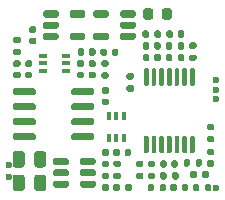
<source format=gts>
G04 #@! TF.GenerationSoftware,KiCad,Pcbnew,(5.99.0-10483-ga6ad7a4a70)*
G04 #@! TF.CreationDate,2021-05-30T13:32:27+03:00*
G04 #@! TF.ProjectId,hellen1-vr-discrete,68656c6c-656e-4312-9d76-722d64697363,rev?*
G04 #@! TF.SameCoordinates,PX4a19ba0PY5aa5910*
G04 #@! TF.FileFunction,Soldermask,Top*
G04 #@! TF.FilePolarity,Negative*
%FSLAX46Y46*%
G04 Gerber Fmt 4.6, Leading zero omitted, Abs format (unit mm)*
G04 Created by KiCad (PCBNEW (5.99.0-10483-ga6ad7a4a70)) date 2021-05-30 13:32:27*
%MOMM*%
%LPD*%
G01*
G04 APERTURE LIST*
%ADD10R,0.650000X0.400000*%
%ADD11C,0.599999*%
%ADD12R,0.400000X0.650000*%
G04 APERTURE END LIST*
G04 #@! TO.C,R764*
G36*
G01*
X15720000Y1815000D02*
X15720000Y2185000D01*
G75*
G02*
X15855000Y2320000I135000J0D01*
G01*
X16125000Y2320000D01*
G75*
G02*
X16260000Y2185000I0J-135000D01*
G01*
X16260000Y1815000D01*
G75*
G02*
X16125000Y1680000I-135000J0D01*
G01*
X15855000Y1680000D01*
G75*
G02*
X15720000Y1815000I0J135000D01*
G01*
G37*
G36*
G01*
X16740000Y1815000D02*
X16740000Y2185000D01*
G75*
G02*
X16875000Y2320000I135000J0D01*
G01*
X17145000Y2320000D01*
G75*
G02*
X17280000Y2185000I0J-135000D01*
G01*
X17280000Y1815000D01*
G75*
G02*
X17145000Y1680000I-135000J0D01*
G01*
X16875000Y1680000D01*
G75*
G02*
X16740000Y1815000I0J135000D01*
G01*
G37*
G04 #@! TD*
G04 #@! TO.C,U757*
G36*
G01*
X11110000Y13850000D02*
X11110000Y13550000D01*
G75*
G02*
X10960000Y13400000I-150000J0D01*
G01*
X9935000Y13400000D01*
G75*
G02*
X9785000Y13550000I0J150000D01*
G01*
X9785000Y13850000D01*
G75*
G02*
X9935000Y14000000I150000J0D01*
G01*
X10960000Y14000000D01*
G75*
G02*
X11110000Y13850000I0J-150000D01*
G01*
G37*
G36*
G01*
X11110000Y14800000D02*
X11110000Y14500000D01*
G75*
G02*
X10960000Y14350000I-150000J0D01*
G01*
X9935000Y14350000D01*
G75*
G02*
X9785000Y14500000I0J150000D01*
G01*
X9785000Y14800000D01*
G75*
G02*
X9935000Y14950000I150000J0D01*
G01*
X10960000Y14950000D01*
G75*
G02*
X11110000Y14800000I0J-150000D01*
G01*
G37*
G36*
G01*
X11110000Y15750000D02*
X11110000Y15450000D01*
G75*
G02*
X10960000Y15300000I-150000J0D01*
G01*
X9935000Y15300000D01*
G75*
G02*
X9785000Y15450000I0J150000D01*
G01*
X9785000Y15750000D01*
G75*
G02*
X9935000Y15900000I150000J0D01*
G01*
X10960000Y15900000D01*
G75*
G02*
X11110000Y15750000I0J-150000D01*
G01*
G37*
G36*
G01*
X8835000Y15750000D02*
X8835000Y15450000D01*
G75*
G02*
X8685000Y15300000I-150000J0D01*
G01*
X7660000Y15300000D01*
G75*
G02*
X7510000Y15450000I0J150000D01*
G01*
X7510000Y15750000D01*
G75*
G02*
X7660000Y15900000I150000J0D01*
G01*
X8685000Y15900000D01*
G75*
G02*
X8835000Y15750000I0J-150000D01*
G01*
G37*
G36*
G01*
X8835000Y13850000D02*
X8835000Y13550000D01*
G75*
G02*
X8685000Y13400000I-150000J0D01*
G01*
X7660000Y13400000D01*
G75*
G02*
X7510000Y13550000I0J150000D01*
G01*
X7510000Y13850000D01*
G75*
G02*
X7660000Y14000000I150000J0D01*
G01*
X8685000Y14000000D01*
G75*
G02*
X8835000Y13850000I0J-150000D01*
G01*
G37*
G04 #@! TD*
G04 #@! TO.C,C760*
G36*
G01*
X13230000Y12070000D02*
X13230000Y11730000D01*
G75*
G02*
X13090000Y11590000I-140000J0D01*
G01*
X12810000Y11590000D01*
G75*
G02*
X12670000Y11730000I0J140000D01*
G01*
X12670000Y12070000D01*
G75*
G02*
X12810000Y12210000I140000J0D01*
G01*
X13090000Y12210000D01*
G75*
G02*
X13230000Y12070000I0J-140000D01*
G01*
G37*
G36*
G01*
X12270000Y12070000D02*
X12270000Y11730000D01*
G75*
G02*
X12130000Y11590000I-140000J0D01*
G01*
X11850000Y11590000D01*
G75*
G02*
X11710000Y11730000I0J140000D01*
G01*
X11710000Y12070000D01*
G75*
G02*
X11850000Y12210000I140000J0D01*
G01*
X12130000Y12210000D01*
G75*
G02*
X12270000Y12070000I0J-140000D01*
G01*
G37*
G04 #@! TD*
G04 #@! TO.C,U754*
G36*
G01*
X705000Y8855000D02*
X705000Y9155000D01*
G75*
G02*
X855000Y9305000I150000J0D01*
G01*
X2505000Y9305000D01*
G75*
G02*
X2655000Y9155000I0J-150000D01*
G01*
X2655000Y8855000D01*
G75*
G02*
X2505000Y8705000I-150000J0D01*
G01*
X855000Y8705000D01*
G75*
G02*
X705000Y8855000I0J150000D01*
G01*
G37*
G36*
G01*
X705000Y7585000D02*
X705000Y7885000D01*
G75*
G02*
X855000Y8035000I150000J0D01*
G01*
X2505000Y8035000D01*
G75*
G02*
X2655000Y7885000I0J-150000D01*
G01*
X2655000Y7585000D01*
G75*
G02*
X2505000Y7435000I-150000J0D01*
G01*
X855000Y7435000D01*
G75*
G02*
X705000Y7585000I0J150000D01*
G01*
G37*
G36*
G01*
X705000Y6315000D02*
X705000Y6615000D01*
G75*
G02*
X855000Y6765000I150000J0D01*
G01*
X2505000Y6765000D01*
G75*
G02*
X2655000Y6615000I0J-150000D01*
G01*
X2655000Y6315000D01*
G75*
G02*
X2505000Y6165000I-150000J0D01*
G01*
X855000Y6165000D01*
G75*
G02*
X705000Y6315000I0J150000D01*
G01*
G37*
G36*
G01*
X705000Y5045000D02*
X705000Y5345000D01*
G75*
G02*
X855000Y5495000I150000J0D01*
G01*
X2505000Y5495000D01*
G75*
G02*
X2655000Y5345000I0J-150000D01*
G01*
X2655000Y5045000D01*
G75*
G02*
X2505000Y4895000I-150000J0D01*
G01*
X855000Y4895000D01*
G75*
G02*
X705000Y5045000I0J150000D01*
G01*
G37*
G36*
G01*
X5655000Y5045000D02*
X5655000Y5345000D01*
G75*
G02*
X5805000Y5495000I150000J0D01*
G01*
X7455000Y5495000D01*
G75*
G02*
X7605000Y5345000I0J-150000D01*
G01*
X7605000Y5045000D01*
G75*
G02*
X7455000Y4895000I-150000J0D01*
G01*
X5805000Y4895000D01*
G75*
G02*
X5655000Y5045000I0J150000D01*
G01*
G37*
G36*
G01*
X5655000Y6315000D02*
X5655000Y6615000D01*
G75*
G02*
X5805000Y6765000I150000J0D01*
G01*
X7455000Y6765000D01*
G75*
G02*
X7605000Y6615000I0J-150000D01*
G01*
X7605000Y6315000D01*
G75*
G02*
X7455000Y6165000I-150000J0D01*
G01*
X5805000Y6165000D01*
G75*
G02*
X5655000Y6315000I0J150000D01*
G01*
G37*
G36*
G01*
X5655000Y7585000D02*
X5655000Y7885000D01*
G75*
G02*
X5805000Y8035000I150000J0D01*
G01*
X7455000Y8035000D01*
G75*
G02*
X7605000Y7885000I0J-150000D01*
G01*
X7605000Y7585000D01*
G75*
G02*
X7455000Y7435000I-150000J0D01*
G01*
X5805000Y7435000D01*
G75*
G02*
X5655000Y7585000I0J150000D01*
G01*
G37*
G36*
G01*
X5655000Y8855000D02*
X5655000Y9155000D01*
G75*
G02*
X5805000Y9305000I150000J0D01*
G01*
X7455000Y9305000D01*
G75*
G02*
X7605000Y9155000I0J-150000D01*
G01*
X7605000Y8855000D01*
G75*
G02*
X7455000Y8705000I-150000J0D01*
G01*
X5805000Y8705000D01*
G75*
G02*
X5655000Y8855000I0J150000D01*
G01*
G37*
G04 #@! TD*
G04 #@! TO.C,C755*
G36*
G01*
X2570000Y13040000D02*
X2230000Y13040000D01*
G75*
G02*
X2090000Y13180000I0J140000D01*
G01*
X2090000Y13460000D01*
G75*
G02*
X2230000Y13600000I140000J0D01*
G01*
X2570000Y13600000D01*
G75*
G02*
X2710000Y13460000I0J-140000D01*
G01*
X2710000Y13180000D01*
G75*
G02*
X2570000Y13040000I-140000J0D01*
G01*
G37*
G36*
G01*
X2570000Y14000000D02*
X2230000Y14000000D01*
G75*
G02*
X2090000Y14140000I0J140000D01*
G01*
X2090000Y14420000D01*
G75*
G02*
X2230000Y14560000I140000J0D01*
G01*
X2570000Y14560000D01*
G75*
G02*
X2710000Y14420000I0J-140000D01*
G01*
X2710000Y14140000D01*
G75*
G02*
X2570000Y14000000I-140000J0D01*
G01*
G37*
G04 #@! TD*
D10*
G04 #@! TO.C,U755*
X3280000Y12085000D03*
X3280000Y11435000D03*
X3280000Y10785000D03*
X5180000Y10785000D03*
X5180000Y11435000D03*
X5180000Y12085000D03*
G04 #@! TD*
G04 #@! TO.C,C766*
G36*
G01*
X7600000Y10155000D02*
X7260000Y10155000D01*
G75*
G02*
X7120000Y10295000I0J140000D01*
G01*
X7120000Y10575000D01*
G75*
G02*
X7260000Y10715000I140000J0D01*
G01*
X7600000Y10715000D01*
G75*
G02*
X7740000Y10575000I0J-140000D01*
G01*
X7740000Y10295000D01*
G75*
G02*
X7600000Y10155000I-140000J0D01*
G01*
G37*
G36*
G01*
X7600000Y11115000D02*
X7260000Y11115000D01*
G75*
G02*
X7120000Y11255000I0J140000D01*
G01*
X7120000Y11535000D01*
G75*
G02*
X7260000Y11675000I140000J0D01*
G01*
X7600000Y11675000D01*
G75*
G02*
X7740000Y11535000I0J-140000D01*
G01*
X7740000Y11255000D01*
G75*
G02*
X7600000Y11115000I-140000J0D01*
G01*
G37*
G04 #@! TD*
D11*
G04 #@! TO.C,M750*
X17900000Y875000D03*
X17900000Y8375000D03*
X17900000Y9175000D03*
X17900000Y9975000D03*
X375000Y2775000D03*
X375000Y1775000D03*
G04 #@! TD*
G04 #@! TO.C,R767*
G36*
G01*
X13670000Y11715000D02*
X13670000Y12085000D01*
G75*
G02*
X13805000Y12220000I135000J0D01*
G01*
X14075000Y12220000D01*
G75*
G02*
X14210000Y12085000I0J-135000D01*
G01*
X14210000Y11715000D01*
G75*
G02*
X14075000Y11580000I-135000J0D01*
G01*
X13805000Y11580000D01*
G75*
G02*
X13670000Y11715000I0J135000D01*
G01*
G37*
G36*
G01*
X14690000Y11715000D02*
X14690000Y12085000D01*
G75*
G02*
X14825000Y12220000I135000J0D01*
G01*
X15095000Y12220000D01*
G75*
G02*
X15230000Y12085000I0J-135000D01*
G01*
X15230000Y11715000D01*
G75*
G02*
X15095000Y11580000I-135000J0D01*
G01*
X14825000Y11580000D01*
G75*
G02*
X14690000Y11715000I0J135000D01*
G01*
G37*
G04 #@! TD*
G04 #@! TO.C,C757*
G36*
G01*
X8360000Y9400000D02*
X8700000Y9400000D01*
G75*
G02*
X8840000Y9260000I0J-140000D01*
G01*
X8840000Y8980000D01*
G75*
G02*
X8700000Y8840000I-140000J0D01*
G01*
X8360000Y8840000D01*
G75*
G02*
X8220000Y8980000I0J140000D01*
G01*
X8220000Y9260000D01*
G75*
G02*
X8360000Y9400000I140000J0D01*
G01*
G37*
G36*
G01*
X8360000Y8440000D02*
X8700000Y8440000D01*
G75*
G02*
X8840000Y8300000I0J-140000D01*
G01*
X8840000Y8020000D01*
G75*
G02*
X8700000Y7880000I-140000J0D01*
G01*
X8360000Y7880000D01*
G75*
G02*
X8220000Y8020000I0J140000D01*
G01*
X8220000Y8300000D01*
G75*
G02*
X8360000Y8440000I140000J0D01*
G01*
G37*
G04 #@! TD*
G04 #@! TO.C,C764*
G36*
G01*
X6600000Y10155000D02*
X6260000Y10155000D01*
G75*
G02*
X6120000Y10295000I0J140000D01*
G01*
X6120000Y10575000D01*
G75*
G02*
X6260000Y10715000I140000J0D01*
G01*
X6600000Y10715000D01*
G75*
G02*
X6740000Y10575000I0J-140000D01*
G01*
X6740000Y10295000D01*
G75*
G02*
X6600000Y10155000I-140000J0D01*
G01*
G37*
G36*
G01*
X6600000Y11115000D02*
X6260000Y11115000D01*
G75*
G02*
X6120000Y11255000I0J140000D01*
G01*
X6120000Y11535000D01*
G75*
G02*
X6260000Y11675000I140000J0D01*
G01*
X6600000Y11675000D01*
G75*
G02*
X6740000Y11535000I0J-140000D01*
G01*
X6740000Y11255000D01*
G75*
G02*
X6600000Y11115000I-140000J0D01*
G01*
G37*
G04 #@! TD*
G04 #@! TO.C,C759*
G36*
G01*
X15230000Y14070000D02*
X15230000Y13730000D01*
G75*
G02*
X15090000Y13590000I-140000J0D01*
G01*
X14810000Y13590000D01*
G75*
G02*
X14670000Y13730000I0J140000D01*
G01*
X14670000Y14070000D01*
G75*
G02*
X14810000Y14210000I140000J0D01*
G01*
X15090000Y14210000D01*
G75*
G02*
X15230000Y14070000I0J-140000D01*
G01*
G37*
G36*
G01*
X14270000Y14070000D02*
X14270000Y13730000D01*
G75*
G02*
X14130000Y13590000I-140000J0D01*
G01*
X13850000Y13590000D01*
G75*
G02*
X13710000Y13730000I0J140000D01*
G01*
X13710000Y14070000D01*
G75*
G02*
X13850000Y14210000I140000J0D01*
G01*
X14130000Y14210000D01*
G75*
G02*
X14270000Y14070000I0J-140000D01*
G01*
G37*
G04 #@! TD*
G04 #@! TO.C,R769*
G36*
G01*
X16135000Y11630000D02*
X15765000Y11630000D01*
G75*
G02*
X15630000Y11765000I0J135000D01*
G01*
X15630000Y12035000D01*
G75*
G02*
X15765000Y12170000I135000J0D01*
G01*
X16135000Y12170000D01*
G75*
G02*
X16270000Y12035000I0J-135000D01*
G01*
X16270000Y11765000D01*
G75*
G02*
X16135000Y11630000I-135000J0D01*
G01*
G37*
G36*
G01*
X16135000Y12650000D02*
X15765000Y12650000D01*
G75*
G02*
X15630000Y12785000I0J135000D01*
G01*
X15630000Y13055000D01*
G75*
G02*
X15765000Y13190000I135000J0D01*
G01*
X16135000Y13190000D01*
G75*
G02*
X16270000Y13055000I0J-135000D01*
G01*
X16270000Y12785000D01*
G75*
G02*
X16135000Y12650000I-135000J0D01*
G01*
G37*
G04 #@! TD*
G04 #@! TO.C,C758*
G36*
G01*
X8380000Y4140000D02*
X8720000Y4140000D01*
G75*
G02*
X8860000Y4000000I0J-140000D01*
G01*
X8860000Y3720000D01*
G75*
G02*
X8720000Y3580000I-140000J0D01*
G01*
X8380000Y3580000D01*
G75*
G02*
X8240000Y3720000I0J140000D01*
G01*
X8240000Y4000000D01*
G75*
G02*
X8380000Y4140000I140000J0D01*
G01*
G37*
G36*
G01*
X8380000Y3180000D02*
X8720000Y3180000D01*
G75*
G02*
X8860000Y3040000I0J-140000D01*
G01*
X8860000Y2760000D01*
G75*
G02*
X8720000Y2620000I-140000J0D01*
G01*
X8380000Y2620000D01*
G75*
G02*
X8240000Y2760000I0J140000D01*
G01*
X8240000Y3040000D01*
G75*
G02*
X8380000Y3180000I140000J0D01*
G01*
G37*
G04 #@! TD*
G04 #@! TO.C,C751*
G36*
G01*
X8380000Y2160000D02*
X8720000Y2160000D01*
G75*
G02*
X8860000Y2020000I0J-140000D01*
G01*
X8860000Y1740000D01*
G75*
G02*
X8720000Y1600000I-140000J0D01*
G01*
X8380000Y1600000D01*
G75*
G02*
X8240000Y1740000I0J140000D01*
G01*
X8240000Y2020000D01*
G75*
G02*
X8380000Y2160000I140000J0D01*
G01*
G37*
G36*
G01*
X8380000Y1200000D02*
X8720000Y1200000D01*
G75*
G02*
X8860000Y1060000I0J-140000D01*
G01*
X8860000Y780000D01*
G75*
G02*
X8720000Y640000I-140000J0D01*
G01*
X8380000Y640000D01*
G75*
G02*
X8240000Y780000I0J140000D01*
G01*
X8240000Y1060000D01*
G75*
G02*
X8380000Y1200000I140000J0D01*
G01*
G37*
G04 #@! TD*
G04 #@! TO.C,R755*
G36*
G01*
X9355000Y3190000D02*
X9725000Y3190000D01*
G75*
G02*
X9860000Y3055000I0J-135000D01*
G01*
X9860000Y2785000D01*
G75*
G02*
X9725000Y2650000I-135000J0D01*
G01*
X9355000Y2650000D01*
G75*
G02*
X9220000Y2785000I0J135000D01*
G01*
X9220000Y3055000D01*
G75*
G02*
X9355000Y3190000I135000J0D01*
G01*
G37*
G36*
G01*
X9355000Y2170000D02*
X9725000Y2170000D01*
G75*
G02*
X9860000Y2035000I0J-135000D01*
G01*
X9860000Y1765000D01*
G75*
G02*
X9725000Y1630000I-135000J0D01*
G01*
X9355000Y1630000D01*
G75*
G02*
X9220000Y1765000I0J135000D01*
G01*
X9220000Y2035000D01*
G75*
G02*
X9355000Y2170000I135000J0D01*
G01*
G37*
G04 #@! TD*
G04 #@! TO.C,C753*
G36*
G01*
X13170000Y2730000D02*
X13170000Y3070000D01*
G75*
G02*
X13310000Y3210000I140000J0D01*
G01*
X13590000Y3210000D01*
G75*
G02*
X13730000Y3070000I0J-140000D01*
G01*
X13730000Y2730000D01*
G75*
G02*
X13590000Y2590000I-140000J0D01*
G01*
X13310000Y2590000D01*
G75*
G02*
X13170000Y2730000I0J140000D01*
G01*
G37*
G36*
G01*
X14130000Y2730000D02*
X14130000Y3070000D01*
G75*
G02*
X14270000Y3210000I140000J0D01*
G01*
X14550000Y3210000D01*
G75*
G02*
X14690000Y3070000I0J-140000D01*
G01*
X14690000Y2730000D01*
G75*
G02*
X14550000Y2590000I-140000J0D01*
G01*
X14270000Y2590000D01*
G75*
G02*
X14130000Y2730000I0J140000D01*
G01*
G37*
G04 #@! TD*
G04 #@! TO.C,U753*
G36*
G01*
X15800000Y11000000D02*
X16000000Y11000000D01*
G75*
G02*
X16100000Y10900000I0J-100000D01*
G01*
X16100000Y9625000D01*
G75*
G02*
X16000000Y9525000I-100000J0D01*
G01*
X15800000Y9525000D01*
G75*
G02*
X15700000Y9625000I0J100000D01*
G01*
X15700000Y10900000D01*
G75*
G02*
X15800000Y11000000I100000J0D01*
G01*
G37*
G36*
G01*
X15150000Y11000000D02*
X15350000Y11000000D01*
G75*
G02*
X15450000Y10900000I0J-100000D01*
G01*
X15450000Y9625000D01*
G75*
G02*
X15350000Y9525000I-100000J0D01*
G01*
X15150000Y9525000D01*
G75*
G02*
X15050000Y9625000I0J100000D01*
G01*
X15050000Y10900000D01*
G75*
G02*
X15150000Y11000000I100000J0D01*
G01*
G37*
G36*
G01*
X14500000Y11000000D02*
X14700000Y11000000D01*
G75*
G02*
X14800000Y10900000I0J-100000D01*
G01*
X14800000Y9625000D01*
G75*
G02*
X14700000Y9525000I-100000J0D01*
G01*
X14500000Y9525000D01*
G75*
G02*
X14400000Y9625000I0J100000D01*
G01*
X14400000Y10900000D01*
G75*
G02*
X14500000Y11000000I100000J0D01*
G01*
G37*
G36*
G01*
X13850000Y11000000D02*
X14050000Y11000000D01*
G75*
G02*
X14150000Y10900000I0J-100000D01*
G01*
X14150000Y9625000D01*
G75*
G02*
X14050000Y9525000I-100000J0D01*
G01*
X13850000Y9525000D01*
G75*
G02*
X13750000Y9625000I0J100000D01*
G01*
X13750000Y10900000D01*
G75*
G02*
X13850000Y11000000I100000J0D01*
G01*
G37*
G36*
G01*
X13200000Y11000000D02*
X13400000Y11000000D01*
G75*
G02*
X13500000Y10900000I0J-100000D01*
G01*
X13500000Y9625000D01*
G75*
G02*
X13400000Y9525000I-100000J0D01*
G01*
X13200000Y9525000D01*
G75*
G02*
X13100000Y9625000I0J100000D01*
G01*
X13100000Y10900000D01*
G75*
G02*
X13200000Y11000000I100000J0D01*
G01*
G37*
G36*
G01*
X12550000Y11000000D02*
X12750000Y11000000D01*
G75*
G02*
X12850000Y10900000I0J-100000D01*
G01*
X12850000Y9625000D01*
G75*
G02*
X12750000Y9525000I-100000J0D01*
G01*
X12550000Y9525000D01*
G75*
G02*
X12450000Y9625000I0J100000D01*
G01*
X12450000Y10900000D01*
G75*
G02*
X12550000Y11000000I100000J0D01*
G01*
G37*
G36*
G01*
X11900000Y11000000D02*
X12100000Y11000000D01*
G75*
G02*
X12200000Y10900000I0J-100000D01*
G01*
X12200000Y9625000D01*
G75*
G02*
X12100000Y9525000I-100000J0D01*
G01*
X11900000Y9525000D01*
G75*
G02*
X11800000Y9625000I0J100000D01*
G01*
X11800000Y10900000D01*
G75*
G02*
X11900000Y11000000I100000J0D01*
G01*
G37*
G36*
G01*
X11900000Y5275000D02*
X12100000Y5275000D01*
G75*
G02*
X12200000Y5175000I0J-100000D01*
G01*
X12200000Y3900000D01*
G75*
G02*
X12100000Y3800000I-100000J0D01*
G01*
X11900000Y3800000D01*
G75*
G02*
X11800000Y3900000I0J100000D01*
G01*
X11800000Y5175000D01*
G75*
G02*
X11900000Y5275000I100000J0D01*
G01*
G37*
G36*
G01*
X12550000Y5275000D02*
X12750000Y5275000D01*
G75*
G02*
X12850000Y5175000I0J-100000D01*
G01*
X12850000Y3900000D01*
G75*
G02*
X12750000Y3800000I-100000J0D01*
G01*
X12550000Y3800000D01*
G75*
G02*
X12450000Y3900000I0J100000D01*
G01*
X12450000Y5175000D01*
G75*
G02*
X12550000Y5275000I100000J0D01*
G01*
G37*
G36*
G01*
X13200000Y5275000D02*
X13400000Y5275000D01*
G75*
G02*
X13500000Y5175000I0J-100000D01*
G01*
X13500000Y3900000D01*
G75*
G02*
X13400000Y3800000I-100000J0D01*
G01*
X13200000Y3800000D01*
G75*
G02*
X13100000Y3900000I0J100000D01*
G01*
X13100000Y5175000D01*
G75*
G02*
X13200000Y5275000I100000J0D01*
G01*
G37*
G36*
G01*
X13850000Y5275000D02*
X14050000Y5275000D01*
G75*
G02*
X14150000Y5175000I0J-100000D01*
G01*
X14150000Y3900000D01*
G75*
G02*
X14050000Y3800000I-100000J0D01*
G01*
X13850000Y3800000D01*
G75*
G02*
X13750000Y3900000I0J100000D01*
G01*
X13750000Y5175000D01*
G75*
G02*
X13850000Y5275000I100000J0D01*
G01*
G37*
G36*
G01*
X14500000Y5275000D02*
X14700000Y5275000D01*
G75*
G02*
X14800000Y5175000I0J-100000D01*
G01*
X14800000Y3900000D01*
G75*
G02*
X14700000Y3800000I-100000J0D01*
G01*
X14500000Y3800000D01*
G75*
G02*
X14400000Y3900000I0J100000D01*
G01*
X14400000Y5175000D01*
G75*
G02*
X14500000Y5275000I100000J0D01*
G01*
G37*
G36*
G01*
X15150000Y5275000D02*
X15350000Y5275000D01*
G75*
G02*
X15450000Y5175000I0J-100000D01*
G01*
X15450000Y3900000D01*
G75*
G02*
X15350000Y3800000I-100000J0D01*
G01*
X15150000Y3800000D01*
G75*
G02*
X15050000Y3900000I0J100000D01*
G01*
X15050000Y5175000D01*
G75*
G02*
X15150000Y5275000I100000J0D01*
G01*
G37*
G36*
G01*
X15800000Y5275000D02*
X16000000Y5275000D01*
G75*
G02*
X16100000Y5175000I0J-100000D01*
G01*
X16100000Y3900000D01*
G75*
G02*
X16000000Y3800000I-100000J0D01*
G01*
X15800000Y3800000D01*
G75*
G02*
X15700000Y3900000I0J100000D01*
G01*
X15700000Y5175000D01*
G75*
G02*
X15800000Y5275000I100000J0D01*
G01*
G37*
G04 #@! TD*
G04 #@! TO.C,D751*
G36*
G01*
X14175000Y15856250D02*
X14175000Y15343750D01*
G75*
G02*
X13956250Y15125000I-218750J0D01*
G01*
X13518750Y15125000D01*
G75*
G02*
X13300000Y15343750I0J218750D01*
G01*
X13300000Y15856250D01*
G75*
G02*
X13518750Y16075000I218750J0D01*
G01*
X13956250Y16075000D01*
G75*
G02*
X14175000Y15856250I0J-218750D01*
G01*
G37*
G36*
G01*
X12600000Y15856250D02*
X12600000Y15343750D01*
G75*
G02*
X12381250Y15125000I-218750J0D01*
G01*
X11943750Y15125000D01*
G75*
G02*
X11725000Y15343750I0J218750D01*
G01*
X11725000Y15856250D01*
G75*
G02*
X11943750Y16075000I218750J0D01*
G01*
X12381250Y16075000D01*
G75*
G02*
X12600000Y15856250I0J-218750D01*
G01*
G37*
G04 #@! TD*
G04 #@! TO.C,R752*
G36*
G01*
X687500Y2850000D02*
X687500Y3750000D01*
G75*
G02*
X937500Y4000000I250000J0D01*
G01*
X1462500Y4000000D01*
G75*
G02*
X1712500Y3750000I0J-250000D01*
G01*
X1712500Y2850000D01*
G75*
G02*
X1462500Y2600000I-250000J0D01*
G01*
X937500Y2600000D01*
G75*
G02*
X687500Y2850000I0J250000D01*
G01*
G37*
G36*
G01*
X2512500Y2850000D02*
X2512500Y3750000D01*
G75*
G02*
X2762500Y4000000I250000J0D01*
G01*
X3287500Y4000000D01*
G75*
G02*
X3537500Y3750000I0J-250000D01*
G01*
X3537500Y2850000D01*
G75*
G02*
X3287500Y2600000I-250000J0D01*
G01*
X2762500Y2600000D01*
G75*
G02*
X2512500Y2850000I0J250000D01*
G01*
G37*
G04 #@! TD*
G04 #@! TO.C,R762*
G36*
G01*
X11635000Y1620000D02*
X11265000Y1620000D01*
G75*
G02*
X11130000Y1755000I0J135000D01*
G01*
X11130000Y2025000D01*
G75*
G02*
X11265000Y2160000I135000J0D01*
G01*
X11635000Y2160000D01*
G75*
G02*
X11770000Y2025000I0J-135000D01*
G01*
X11770000Y1755000D01*
G75*
G02*
X11635000Y1620000I-135000J0D01*
G01*
G37*
G36*
G01*
X11635000Y2640000D02*
X11265000Y2640000D01*
G75*
G02*
X11130000Y2775000I0J135000D01*
G01*
X11130000Y3045000D01*
G75*
G02*
X11265000Y3180000I135000J0D01*
G01*
X11635000Y3180000D01*
G75*
G02*
X11770000Y3045000I0J-135000D01*
G01*
X11770000Y2775000D01*
G75*
G02*
X11635000Y2640000I-135000J0D01*
G01*
G37*
G04 #@! TD*
G04 #@! TO.C,R751*
G36*
G01*
X13240000Y14085000D02*
X13240000Y13715000D01*
G75*
G02*
X13105000Y13580000I-135000J0D01*
G01*
X12835000Y13580000D01*
G75*
G02*
X12700000Y13715000I0J135000D01*
G01*
X12700000Y14085000D01*
G75*
G02*
X12835000Y14220000I135000J0D01*
G01*
X13105000Y14220000D01*
G75*
G02*
X13240000Y14085000I0J-135000D01*
G01*
G37*
G36*
G01*
X12220000Y14085000D02*
X12220000Y13715000D01*
G75*
G02*
X12085000Y13580000I-135000J0D01*
G01*
X11815000Y13580000D01*
G75*
G02*
X11680000Y13715000I0J135000D01*
G01*
X11680000Y14085000D01*
G75*
G02*
X11815000Y14220000I135000J0D01*
G01*
X12085000Y14220000D01*
G75*
G02*
X12220000Y14085000I0J-135000D01*
G01*
G37*
G04 #@! TD*
G04 #@! TO.C,R759*
G36*
G01*
X10465000Y10590000D02*
X10835000Y10590000D01*
G75*
G02*
X10970000Y10455000I0J-135000D01*
G01*
X10970000Y10185000D01*
G75*
G02*
X10835000Y10050000I-135000J0D01*
G01*
X10465000Y10050000D01*
G75*
G02*
X10330000Y10185000I0J135000D01*
G01*
X10330000Y10455000D01*
G75*
G02*
X10465000Y10590000I135000J0D01*
G01*
G37*
G36*
G01*
X10465000Y9570000D02*
X10835000Y9570000D01*
G75*
G02*
X10970000Y9435000I0J-135000D01*
G01*
X10970000Y9165000D01*
G75*
G02*
X10835000Y9030000I-135000J0D01*
G01*
X10465000Y9030000D01*
G75*
G02*
X10330000Y9165000I0J135000D01*
G01*
X10330000Y9435000D01*
G75*
G02*
X10465000Y9570000I135000J0D01*
G01*
G37*
G04 #@! TD*
G04 #@! TO.C,C761*
G36*
G01*
X8127500Y12180000D02*
X8127500Y12520000D01*
G75*
G02*
X8267500Y12660000I140000J0D01*
G01*
X8547500Y12660000D01*
G75*
G02*
X8687500Y12520000I0J-140000D01*
G01*
X8687500Y12180000D01*
G75*
G02*
X8547500Y12040000I-140000J0D01*
G01*
X8267500Y12040000D01*
G75*
G02*
X8127500Y12180000I0J140000D01*
G01*
G37*
G36*
G01*
X9087500Y12180000D02*
X9087500Y12520000D01*
G75*
G02*
X9227500Y12660000I140000J0D01*
G01*
X9507500Y12660000D01*
G75*
G02*
X9647500Y12520000I0J-140000D01*
G01*
X9647500Y12180000D01*
G75*
G02*
X9507500Y12040000I-140000J0D01*
G01*
X9227500Y12040000D01*
G75*
G02*
X9087500Y12180000I0J140000D01*
G01*
G37*
G04 #@! TD*
G04 #@! TO.C,R758*
G36*
G01*
X17265000Y6290000D02*
X17635000Y6290000D01*
G75*
G02*
X17770000Y6155000I0J-135000D01*
G01*
X17770000Y5885000D01*
G75*
G02*
X17635000Y5750000I-135000J0D01*
G01*
X17265000Y5750000D01*
G75*
G02*
X17130000Y5885000I0J135000D01*
G01*
X17130000Y6155000D01*
G75*
G02*
X17265000Y6290000I135000J0D01*
G01*
G37*
G36*
G01*
X17265000Y5270000D02*
X17635000Y5270000D01*
G75*
G02*
X17770000Y5135000I0J-135000D01*
G01*
X17770000Y4865000D01*
G75*
G02*
X17635000Y4730000I-135000J0D01*
G01*
X17265000Y4730000D01*
G75*
G02*
X17130000Y4865000I0J135000D01*
G01*
X17130000Y5135000D01*
G75*
G02*
X17265000Y5270000I135000J0D01*
G01*
G37*
G04 #@! TD*
G04 #@! TO.C,R754*
G36*
G01*
X17515000Y1085000D02*
X17515000Y715000D01*
G75*
G02*
X17380000Y580000I-135000J0D01*
G01*
X17110000Y580000D01*
G75*
G02*
X16975000Y715000I0J135000D01*
G01*
X16975000Y1085000D01*
G75*
G02*
X17110000Y1220000I135000J0D01*
G01*
X17380000Y1220000D01*
G75*
G02*
X17515000Y1085000I0J-135000D01*
G01*
G37*
G36*
G01*
X16495000Y1085000D02*
X16495000Y715000D01*
G75*
G02*
X16360000Y580000I-135000J0D01*
G01*
X16090000Y580000D01*
G75*
G02*
X15955000Y715000I0J135000D01*
G01*
X15955000Y1085000D01*
G75*
G02*
X16090000Y1220000I135000J0D01*
G01*
X16360000Y1220000D01*
G75*
G02*
X16495000Y1085000I0J-135000D01*
G01*
G37*
G04 #@! TD*
G04 #@! TO.C,R766*
G36*
G01*
X8330000Y11680000D02*
X8700000Y11680000D01*
G75*
G02*
X8835000Y11545000I0J-135000D01*
G01*
X8835000Y11275000D01*
G75*
G02*
X8700000Y11140000I-135000J0D01*
G01*
X8330000Y11140000D01*
G75*
G02*
X8195000Y11275000I0J135000D01*
G01*
X8195000Y11545000D01*
G75*
G02*
X8330000Y11680000I135000J0D01*
G01*
G37*
G36*
G01*
X8330000Y10660000D02*
X8700000Y10660000D01*
G75*
G02*
X8835000Y10525000I0J-135000D01*
G01*
X8835000Y10255000D01*
G75*
G02*
X8700000Y10120000I-135000J0D01*
G01*
X8330000Y10120000D01*
G75*
G02*
X8195000Y10255000I0J135000D01*
G01*
X8195000Y10525000D01*
G75*
G02*
X8330000Y10660000I135000J0D01*
G01*
G37*
G04 #@! TD*
G04 #@! TO.C,C763*
G36*
G01*
X7710000Y12545000D02*
X7710000Y12205000D01*
G75*
G02*
X7570000Y12065000I-140000J0D01*
G01*
X7290000Y12065000D01*
G75*
G02*
X7150000Y12205000I0J140000D01*
G01*
X7150000Y12545000D01*
G75*
G02*
X7290000Y12685000I140000J0D01*
G01*
X7570000Y12685000D01*
G75*
G02*
X7710000Y12545000I0J-140000D01*
G01*
G37*
G36*
G01*
X6750000Y12545000D02*
X6750000Y12205000D01*
G75*
G02*
X6610000Y12065000I-140000J0D01*
G01*
X6330000Y12065000D01*
G75*
G02*
X6190000Y12205000I0J140000D01*
G01*
X6190000Y12545000D01*
G75*
G02*
X6330000Y12685000I140000J0D01*
G01*
X6610000Y12685000D01*
G75*
G02*
X6750000Y12545000I0J-140000D01*
G01*
G37*
G04 #@! TD*
G04 #@! TO.C,R753*
G36*
G01*
X3537500Y1750000D02*
X3537500Y850000D01*
G75*
G02*
X3287500Y600000I-250000J0D01*
G01*
X2762500Y600000D01*
G75*
G02*
X2512500Y850000I0J250000D01*
G01*
X2512500Y1750000D01*
G75*
G02*
X2762500Y2000000I250000J0D01*
G01*
X3287500Y2000000D01*
G75*
G02*
X3537500Y1750000I0J-250000D01*
G01*
G37*
G36*
G01*
X1712500Y1750000D02*
X1712500Y850000D01*
G75*
G02*
X1462500Y600000I-250000J0D01*
G01*
X937500Y600000D01*
G75*
G02*
X687500Y850000I0J250000D01*
G01*
X687500Y1750000D01*
G75*
G02*
X937500Y2000000I250000J0D01*
G01*
X1462500Y2000000D01*
G75*
G02*
X1712500Y1750000I0J-250000D01*
G01*
G37*
G04 #@! TD*
G04 #@! TO.C,R765*
G36*
G01*
X865000Y13680000D02*
X1235000Y13680000D01*
G75*
G02*
X1370000Y13545000I0J-135000D01*
G01*
X1370000Y13275000D01*
G75*
G02*
X1235000Y13140000I-135000J0D01*
G01*
X865000Y13140000D01*
G75*
G02*
X730000Y13275000I0J135000D01*
G01*
X730000Y13545000D01*
G75*
G02*
X865000Y13680000I135000J0D01*
G01*
G37*
G36*
G01*
X865000Y12660000D02*
X1235000Y12660000D01*
G75*
G02*
X1370000Y12525000I0J-135000D01*
G01*
X1370000Y12255000D01*
G75*
G02*
X1235000Y12120000I-135000J0D01*
G01*
X865000Y12120000D01*
G75*
G02*
X730000Y12255000I0J135000D01*
G01*
X730000Y12525000D01*
G75*
G02*
X865000Y12660000I135000J0D01*
G01*
G37*
G04 #@! TD*
G04 #@! TO.C,R763*
G36*
G01*
X16720000Y3185000D02*
X16720000Y2815000D01*
G75*
G02*
X16585000Y2680000I-135000J0D01*
G01*
X16315000Y2680000D01*
G75*
G02*
X16180000Y2815000I0J135000D01*
G01*
X16180000Y3185000D01*
G75*
G02*
X16315000Y3320000I135000J0D01*
G01*
X16585000Y3320000D01*
G75*
G02*
X16720000Y3185000I0J-135000D01*
G01*
G37*
G36*
G01*
X15700000Y3185000D02*
X15700000Y2815000D01*
G75*
G02*
X15565000Y2680000I-135000J0D01*
G01*
X15295000Y2680000D01*
G75*
G02*
X15160000Y2815000I0J135000D01*
G01*
X15160000Y3185000D01*
G75*
G02*
X15295000Y3320000I135000J0D01*
G01*
X15565000Y3320000D01*
G75*
G02*
X15700000Y3185000I0J-135000D01*
G01*
G37*
G04 #@! TD*
G04 #@! TO.C,C767*
G36*
G01*
X10730000Y4030000D02*
X10730000Y3690000D01*
G75*
G02*
X10590000Y3550000I-140000J0D01*
G01*
X10310000Y3550000D01*
G75*
G02*
X10170000Y3690000I0J140000D01*
G01*
X10170000Y4030000D01*
G75*
G02*
X10310000Y4170000I140000J0D01*
G01*
X10590000Y4170000D01*
G75*
G02*
X10730000Y4030000I0J-140000D01*
G01*
G37*
G36*
G01*
X9770000Y4030000D02*
X9770000Y3690000D01*
G75*
G02*
X9630000Y3550000I-140000J0D01*
G01*
X9350000Y3550000D01*
G75*
G02*
X9210000Y3690000I0J140000D01*
G01*
X9210000Y4030000D01*
G75*
G02*
X9350000Y4170000I140000J0D01*
G01*
X9630000Y4170000D01*
G75*
G02*
X9770000Y4030000I0J-140000D01*
G01*
G37*
G04 #@! TD*
G04 #@! TO.C,R756*
G36*
G01*
X9220000Y715000D02*
X9220000Y1085000D01*
G75*
G02*
X9355000Y1220000I135000J0D01*
G01*
X9625000Y1220000D01*
G75*
G02*
X9760000Y1085000I0J-135000D01*
G01*
X9760000Y715000D01*
G75*
G02*
X9625000Y580000I-135000J0D01*
G01*
X9355000Y580000D01*
G75*
G02*
X9220000Y715000I0J135000D01*
G01*
G37*
G36*
G01*
X10240000Y715000D02*
X10240000Y1085000D01*
G75*
G02*
X10375000Y1220000I135000J0D01*
G01*
X10645000Y1220000D01*
G75*
G02*
X10780000Y1085000I0J-135000D01*
G01*
X10780000Y715000D01*
G75*
G02*
X10645000Y580000I-135000J0D01*
G01*
X10375000Y580000D01*
G75*
G02*
X10240000Y715000I0J135000D01*
G01*
G37*
G04 #@! TD*
D12*
G04 #@! TO.C,U756*
X8830000Y5060000D03*
X9480000Y5060000D03*
X10130000Y5060000D03*
X10130000Y6960000D03*
X9480000Y6960000D03*
X8830000Y6960000D03*
G04 #@! TD*
G04 #@! TO.C,R760*
G36*
G01*
X13180000Y1715000D02*
X13180000Y2085000D01*
G75*
G02*
X13315000Y2220000I135000J0D01*
G01*
X13585000Y2220000D01*
G75*
G02*
X13720000Y2085000I0J-135000D01*
G01*
X13720000Y1715000D01*
G75*
G02*
X13585000Y1580000I-135000J0D01*
G01*
X13315000Y1580000D01*
G75*
G02*
X13180000Y1715000I0J135000D01*
G01*
G37*
G36*
G01*
X14200000Y1715000D02*
X14200000Y2085000D01*
G75*
G02*
X14335000Y2220000I135000J0D01*
G01*
X14605000Y2220000D01*
G75*
G02*
X14740000Y2085000I0J-135000D01*
G01*
X14740000Y1715000D01*
G75*
G02*
X14605000Y1580000I-135000J0D01*
G01*
X14335000Y1580000D01*
G75*
G02*
X14200000Y1715000I0J135000D01*
G01*
G37*
G04 #@! TD*
G04 #@! TO.C,R761*
G36*
G01*
X12265000Y3170000D02*
X12635000Y3170000D01*
G75*
G02*
X12770000Y3035000I0J-135000D01*
G01*
X12770000Y2765000D01*
G75*
G02*
X12635000Y2630000I-135000J0D01*
G01*
X12265000Y2630000D01*
G75*
G02*
X12130000Y2765000I0J135000D01*
G01*
X12130000Y3035000D01*
G75*
G02*
X12265000Y3170000I135000J0D01*
G01*
G37*
G36*
G01*
X12265000Y2150000D02*
X12635000Y2150000D01*
G75*
G02*
X12770000Y2015000I0J-135000D01*
G01*
X12770000Y1745000D01*
G75*
G02*
X12635000Y1610000I-135000J0D01*
G01*
X12265000Y1610000D01*
G75*
G02*
X12130000Y1745000I0J135000D01*
G01*
X12130000Y2015000D01*
G75*
G02*
X12265000Y2150000I135000J0D01*
G01*
G37*
G04 #@! TD*
G04 #@! TO.C,C752*
G36*
G01*
X14045000Y730000D02*
X14045000Y1070000D01*
G75*
G02*
X14185000Y1210000I140000J0D01*
G01*
X14465000Y1210000D01*
G75*
G02*
X14605000Y1070000I0J-140000D01*
G01*
X14605000Y730000D01*
G75*
G02*
X14465000Y590000I-140000J0D01*
G01*
X14185000Y590000D01*
G75*
G02*
X14045000Y730000I0J140000D01*
G01*
G37*
G36*
G01*
X15005000Y730000D02*
X15005000Y1070000D01*
G75*
G02*
X15145000Y1210000I140000J0D01*
G01*
X15425000Y1210000D01*
G75*
G02*
X15565000Y1070000I0J-140000D01*
G01*
X15565000Y730000D01*
G75*
G02*
X15425000Y590000I-140000J0D01*
G01*
X15145000Y590000D01*
G75*
G02*
X15005000Y730000I0J140000D01*
G01*
G37*
G04 #@! TD*
G04 #@! TO.C,U751*
G36*
G01*
X4112500Y2950000D02*
X4112500Y3250000D01*
G75*
G02*
X4262500Y3400000I150000J0D01*
G01*
X5287500Y3400000D01*
G75*
G02*
X5437500Y3250000I0J-150000D01*
G01*
X5437500Y2950000D01*
G75*
G02*
X5287500Y2800000I-150000J0D01*
G01*
X4262500Y2800000D01*
G75*
G02*
X4112500Y2950000I0J150000D01*
G01*
G37*
G36*
G01*
X4112500Y2000000D02*
X4112500Y2300000D01*
G75*
G02*
X4262500Y2450000I150000J0D01*
G01*
X5287500Y2450000D01*
G75*
G02*
X5437500Y2300000I0J-150000D01*
G01*
X5437500Y2000000D01*
G75*
G02*
X5287500Y1850000I-150000J0D01*
G01*
X4262500Y1850000D01*
G75*
G02*
X4112500Y2000000I0J150000D01*
G01*
G37*
G36*
G01*
X4112500Y1050000D02*
X4112500Y1350000D01*
G75*
G02*
X4262500Y1500000I150000J0D01*
G01*
X5287500Y1500000D01*
G75*
G02*
X5437500Y1350000I0J-150000D01*
G01*
X5437500Y1050000D01*
G75*
G02*
X5287500Y900000I-150000J0D01*
G01*
X4262500Y900000D01*
G75*
G02*
X4112500Y1050000I0J150000D01*
G01*
G37*
G36*
G01*
X6387500Y1050000D02*
X6387500Y1350000D01*
G75*
G02*
X6537500Y1500000I150000J0D01*
G01*
X7562500Y1500000D01*
G75*
G02*
X7712500Y1350000I0J-150000D01*
G01*
X7712500Y1050000D01*
G75*
G02*
X7562500Y900000I-150000J0D01*
G01*
X6537500Y900000D01*
G75*
G02*
X6387500Y1050000I0J150000D01*
G01*
G37*
G36*
G01*
X6387500Y2000000D02*
X6387500Y2300000D01*
G75*
G02*
X6537500Y2450000I150000J0D01*
G01*
X7562500Y2450000D01*
G75*
G02*
X7712500Y2300000I0J-150000D01*
G01*
X7712500Y2000000D01*
G75*
G02*
X7562500Y1850000I-150000J0D01*
G01*
X6537500Y1850000D01*
G75*
G02*
X6387500Y2000000I0J150000D01*
G01*
G37*
G36*
G01*
X6387500Y2950000D02*
X6387500Y3250000D01*
G75*
G02*
X6537500Y3400000I150000J0D01*
G01*
X7562500Y3400000D01*
G75*
G02*
X7712500Y3250000I0J-150000D01*
G01*
X7712500Y2950000D01*
G75*
G02*
X7562500Y2800000I-150000J0D01*
G01*
X6537500Y2800000D01*
G75*
G02*
X6387500Y2950000I0J150000D01*
G01*
G37*
G04 #@! TD*
G04 #@! TO.C,C765*
G36*
G01*
X2220000Y10155000D02*
X1880000Y10155000D01*
G75*
G02*
X1740000Y10295000I0J140000D01*
G01*
X1740000Y10575000D01*
G75*
G02*
X1880000Y10715000I140000J0D01*
G01*
X2220000Y10715000D01*
G75*
G02*
X2360000Y10575000I0J-140000D01*
G01*
X2360000Y10295000D01*
G75*
G02*
X2220000Y10155000I-140000J0D01*
G01*
G37*
G36*
G01*
X2220000Y11115000D02*
X1880000Y11115000D01*
G75*
G02*
X1740000Y11255000I0J140000D01*
G01*
X1740000Y11535000D01*
G75*
G02*
X1880000Y11675000I140000J0D01*
G01*
X2220000Y11675000D01*
G75*
G02*
X2360000Y11535000I0J-140000D01*
G01*
X2360000Y11255000D01*
G75*
G02*
X2220000Y11115000I-140000J0D01*
G01*
G37*
G04 #@! TD*
G04 #@! TO.C,C754*
G36*
G01*
X17620000Y2660000D02*
X17280000Y2660000D01*
G75*
G02*
X17140000Y2800000I0J140000D01*
G01*
X17140000Y3080000D01*
G75*
G02*
X17280000Y3220000I140000J0D01*
G01*
X17620000Y3220000D01*
G75*
G02*
X17760000Y3080000I0J-140000D01*
G01*
X17760000Y2800000D01*
G75*
G02*
X17620000Y2660000I-140000J0D01*
G01*
G37*
G36*
G01*
X17620000Y3620000D02*
X17280000Y3620000D01*
G75*
G02*
X17140000Y3760000I0J140000D01*
G01*
X17140000Y4040000D01*
G75*
G02*
X17280000Y4180000I140000J0D01*
G01*
X17620000Y4180000D01*
G75*
G02*
X17760000Y4040000I0J-140000D01*
G01*
X17760000Y3760000D01*
G75*
G02*
X17620000Y3620000I-140000J0D01*
G01*
G37*
G04 #@! TD*
G04 #@! TO.C,R768*
G36*
G01*
X15220000Y13085000D02*
X15220000Y12715000D01*
G75*
G02*
X15085000Y12580000I-135000J0D01*
G01*
X14815000Y12580000D01*
G75*
G02*
X14680000Y12715000I0J135000D01*
G01*
X14680000Y13085000D01*
G75*
G02*
X14815000Y13220000I135000J0D01*
G01*
X15085000Y13220000D01*
G75*
G02*
X15220000Y13085000I0J-135000D01*
G01*
G37*
G36*
G01*
X14200000Y13085000D02*
X14200000Y12715000D01*
G75*
G02*
X14065000Y12580000I-135000J0D01*
G01*
X13795000Y12580000D01*
G75*
G02*
X13660000Y12715000I0J135000D01*
G01*
X13660000Y13085000D01*
G75*
G02*
X13795000Y13220000I135000J0D01*
G01*
X14065000Y13220000D01*
G75*
G02*
X14200000Y13085000I0J-135000D01*
G01*
G37*
G04 #@! TD*
G04 #@! TO.C,C762*
G36*
G01*
X13230000Y13070000D02*
X13230000Y12730000D01*
G75*
G02*
X13090000Y12590000I-140000J0D01*
G01*
X12810000Y12590000D01*
G75*
G02*
X12670000Y12730000I0J140000D01*
G01*
X12670000Y13070000D01*
G75*
G02*
X12810000Y13210000I140000J0D01*
G01*
X13090000Y13210000D01*
G75*
G02*
X13230000Y13070000I0J-140000D01*
G01*
G37*
G36*
G01*
X12270000Y13070000D02*
X12270000Y12730000D01*
G75*
G02*
X12130000Y12590000I-140000J0D01*
G01*
X11850000Y12590000D01*
G75*
G02*
X11710000Y12730000I0J140000D01*
G01*
X11710000Y13070000D01*
G75*
G02*
X11850000Y13210000I140000J0D01*
G01*
X12130000Y13210000D01*
G75*
G02*
X12270000Y13070000I0J-140000D01*
G01*
G37*
G04 #@! TD*
G04 #@! TO.C,R757*
G36*
G01*
X12120000Y715000D02*
X12120000Y1085000D01*
G75*
G02*
X12255000Y1220000I135000J0D01*
G01*
X12525000Y1220000D01*
G75*
G02*
X12660000Y1085000I0J-135000D01*
G01*
X12660000Y715000D01*
G75*
G02*
X12525000Y580000I-135000J0D01*
G01*
X12255000Y580000D01*
G75*
G02*
X12120000Y715000I0J135000D01*
G01*
G37*
G36*
G01*
X13140000Y715000D02*
X13140000Y1085000D01*
G75*
G02*
X13275000Y1220000I135000J0D01*
G01*
X13545000Y1220000D01*
G75*
G02*
X13680000Y1085000I0J-135000D01*
G01*
X13680000Y715000D01*
G75*
G02*
X13545000Y580000I-135000J0D01*
G01*
X13275000Y580000D01*
G75*
G02*
X13140000Y715000I0J135000D01*
G01*
G37*
G04 #@! TD*
G04 #@! TO.C,U752*
G36*
G01*
X3250000Y15450000D02*
X3250000Y15750000D01*
G75*
G02*
X3400000Y15900000I150000J0D01*
G01*
X4425000Y15900000D01*
G75*
G02*
X4575000Y15750000I0J-150000D01*
G01*
X4575000Y15450000D01*
G75*
G02*
X4425000Y15300000I-150000J0D01*
G01*
X3400000Y15300000D01*
G75*
G02*
X3250000Y15450000I0J150000D01*
G01*
G37*
G36*
G01*
X3250000Y14500000D02*
X3250000Y14800000D01*
G75*
G02*
X3400000Y14950000I150000J0D01*
G01*
X4425000Y14950000D01*
G75*
G02*
X4575000Y14800000I0J-150000D01*
G01*
X4575000Y14500000D01*
G75*
G02*
X4425000Y14350000I-150000J0D01*
G01*
X3400000Y14350000D01*
G75*
G02*
X3250000Y14500000I0J150000D01*
G01*
G37*
G36*
G01*
X3250000Y13550000D02*
X3250000Y13850000D01*
G75*
G02*
X3400000Y14000000I150000J0D01*
G01*
X4425000Y14000000D01*
G75*
G02*
X4575000Y13850000I0J-150000D01*
G01*
X4575000Y13550000D01*
G75*
G02*
X4425000Y13400000I-150000J0D01*
G01*
X3400000Y13400000D01*
G75*
G02*
X3250000Y13550000I0J150000D01*
G01*
G37*
G36*
G01*
X5525000Y13550000D02*
X5525000Y13850000D01*
G75*
G02*
X5675000Y14000000I150000J0D01*
G01*
X6700000Y14000000D01*
G75*
G02*
X6850000Y13850000I0J-150000D01*
G01*
X6850000Y13550000D01*
G75*
G02*
X6700000Y13400000I-150000J0D01*
G01*
X5675000Y13400000D01*
G75*
G02*
X5525000Y13550000I0J150000D01*
G01*
G37*
G36*
G01*
X5525000Y15450000D02*
X5525000Y15750000D01*
G75*
G02*
X5675000Y15900000I150000J0D01*
G01*
X6700000Y15900000D01*
G75*
G02*
X6850000Y15750000I0J-150000D01*
G01*
X6850000Y15450000D01*
G75*
G02*
X6700000Y15300000I-150000J0D01*
G01*
X5675000Y15300000D01*
G75*
G02*
X5525000Y15450000I0J150000D01*
G01*
G37*
G04 #@! TD*
G04 #@! TO.C,C756*
G36*
G01*
X880000Y11675000D02*
X1220000Y11675000D01*
G75*
G02*
X1360000Y11535000I0J-140000D01*
G01*
X1360000Y11255000D01*
G75*
G02*
X1220000Y11115000I-140000J0D01*
G01*
X880000Y11115000D01*
G75*
G02*
X740000Y11255000I0J140000D01*
G01*
X740000Y11535000D01*
G75*
G02*
X880000Y11675000I140000J0D01*
G01*
G37*
G36*
G01*
X880000Y10715000D02*
X1220000Y10715000D01*
G75*
G02*
X1360000Y10575000I0J-140000D01*
G01*
X1360000Y10295000D01*
G75*
G02*
X1220000Y10155000I-140000J0D01*
G01*
X880000Y10155000D01*
G75*
G02*
X740000Y10295000I0J140000D01*
G01*
X740000Y10575000D01*
G75*
G02*
X880000Y10715000I140000J0D01*
G01*
G37*
G04 #@! TD*
M02*

</source>
